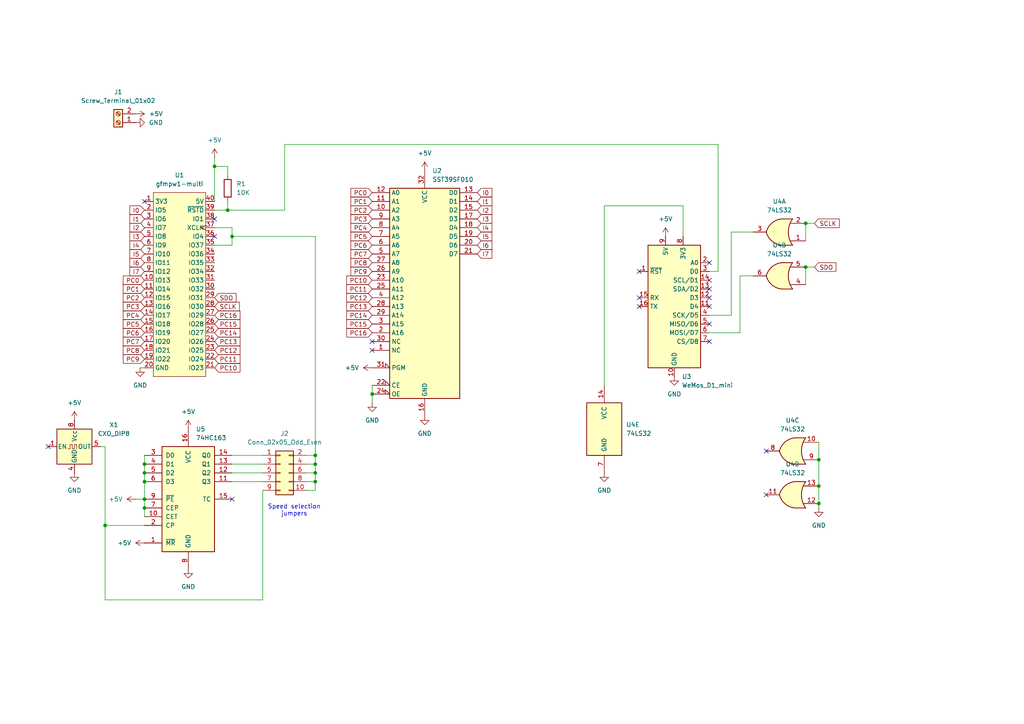
<source format=kicad_sch>
(kicad_sch (version 20231120) (generator "eeschema") (generator_version "8.0")
  (paper "A4")
  (lib_symbols
    (symbol "74xx:74LS163" (pin_names (offset 1.016))
      (property "Reference" "U" (at -7.62 16.51 0))
      (property "Value" "74LS163" (at -7.62 -16.51 0))
      (symbol "74LS163_1_0"
        (pin input line (at -12.7 -12.7 0) (length 5.08) (name "~{MR}") (number "1"))
        (pin input line (at -12.7 -5.08 0) (length 5.08) (name "CET") (number "10"))
        (pin output line (at 12.7 5.08 180) (length 5.08) (name "Q3") (number "11"))
        (pin output line (at 12.7 7.62 180) (length 5.08) (name "Q2") (number "12"))
        (pin output line (at 12.7 10.16 180) (length 5.08) (name "Q1") (number "13"))
        (pin output line (at 12.7 12.7 180) (length 5.08) (name "Q0") (number "14"))
        (pin output line (at 12.7 0 180) (length 5.08) (name "TC") (number "15"))
        (pin power_in line (at 0 20.32 270) (length 5.08) (name "VCC") (number "16"))
        (pin input line (at -12.7 -7.62 0) (length 5.08) (name "CP") (number "2"))
        (pin input line (at -12.7 12.7 0) (length 5.08) (name "D0") (number "3"))
        (pin input line (at -12.7 10.16 0) (length 5.08) (name "D1") (number "4"))
        (pin input line (at -12.7 7.62 0) (length 5.08) (name "D2") (number "5"))
        (pin input line (at -12.7 5.08 0) (length 5.08) (name "D3") (number "6"))
        (pin input line (at -12.7 -2.54 0) (length 5.08) (name "CEP") (number "7"))
        (pin power_in line (at 0 -20.32 90) (length 5.08) (name "GND") (number "8"))
        (pin input line (at -12.7 0 0) (length 5.08) (name "~{PE}") (number "9"))
      )
      (symbol "74LS163_1_1"
        (rectangle (start -7.62 15.24) (end 7.62 -15.24) (stroke (width 0.254)) (fill (type background)))
      )
    )
    (symbol "74xx:74LS32" (pin_names (offset 1.016))
      (property "Reference" "U" (at 0 1.27 0))
      (property "Value" "74LS32" (at 0 -1.27 0))
      (symbol "74LS32_1_1"
        (arc (start -3.81 -3.81) (mid -2.589 0) (end -3.81 3.81) (stroke (width 0.254)))
        (arc (start -0.6096 -3.81) (mid 2.1842 -2.5851) (end 3.81 0) (stroke (width 0.254)) (fill (type background)))
        (polyline (pts (xy -3.81 -3.81) (xy -0.635 -3.81)) (stroke (width 0.254)) (fill (type background)))
        (polyline (pts (xy -3.81 3.81) (xy -0.635 3.81)) (stroke (width 0.254)) (fill (type background)))
        (polyline (pts (xy -0.635 3.81) (xy -3.81 3.81) (xy -3.81 3.81) (xy -3.556 3.4036) (xy -3.0226 2.2606) (xy -2.6924 1.0414) (xy -2.6162 -0.254) (xy -2.7686 -1.4986) (xy -3.175 -2.7178) (xy -3.81 -3.81) (xy -3.81 -3.81) (xy -0.635 -3.81)) (stroke (width -25.4)) (fill (type background)))
        (arc (start 3.81 0) (mid 2.1915 2.5936) (end -0.6096 3.81) (stroke (width 0.254)) (fill (type background)))
        (pin input line (at -7.62 2.54 0) (length 4.318) (name "~") (number "1"))
        (pin input line (at -7.62 -2.54 0) (length 4.318) (name "~") (number "2"))
        (pin output line (at 7.62 0 180) (length 3.81) (name "~") (number "3"))
      )
      (symbol "74LS32_1_2"
        (arc (start 0 -3.81) (mid 3.7934 0) (end 0 3.81) (stroke (width 0.254)) (fill (type background)))
        (polyline (pts (xy 0 3.81) (xy -3.81 3.81) (xy -3.81 -3.81) (xy 0 -3.81)) (stroke (width 0.254)) (fill (type background)))
        (pin input inverted (at -7.62 2.54 0) (length 3.81) (name "~") (number "1"))
        (pin input inverted (at -7.62 -2.54 0) (length 3.81) (name "~") (number "2"))
        (pin output inverted (at 7.62 0 180) (length 3.81) (name "~") (number "3"))
      )
      (symbol "74LS32_2_1"
        (arc (start -3.81 -3.81) (mid -2.589 0) (end -3.81 3.81) (stroke (width 0.254)))
        (arc (start -0.6096 -3.81) (mid 2.1842 -2.5851) (end 3.81 0) (stroke (width 0.254)) (fill (type background)))
        (polyline (pts (xy -3.81 -3.81) (xy -0.635 -3.81)) (stroke (width 0.254)) (fill (type background)))
        (polyline (pts (xy -3.81 3.81) (xy -0.635 3.81)) (stroke (width 0.254)) (fill (type background)))
        (polyline (pts (xy -0.635 3.81) (xy -3.81 3.81) (xy -3.81 3.81) (xy -3.556 3.4036) (xy -3.0226 2.2606) (xy -2.6924 1.0414) (xy -2.6162 -0.254) (xy -2.7686 -1.4986) (xy -3.175 -2.7178) (xy -3.81 -3.81) (xy -3.81 -3.81) (xy -0.635 -3.81)) (stroke (width -25.4)) (fill (type background)))
        (arc (start 3.81 0) (mid 2.1915 2.5936) (end -0.6096 3.81) (stroke (width 0.254)) (fill (type background)))
        (pin input line (at -7.62 2.54 0) (length 4.318) (name "~") (number "4"))
        (pin input line (at -7.62 -2.54 0) (length 4.318) (name "~") (number "5"))
        (pin output line (at 7.62 0 180) (length 3.81) (name "~") (number "6"))
      )
      (symbol "74LS32_2_2"
        (arc (start 0 -3.81) (mid 3.7934 0) (end 0 3.81) (stroke (width 0.254)) (fill (type background)))
        (polyline (pts (xy 0 3.81) (xy -3.81 3.81) (xy -3.81 -3.81) (xy 0 -3.81)) (stroke (width 0.254)) (fill (type background)))
        (pin input inverted (at -7.62 2.54 0) (length 3.81) (name "~") (number "4"))
        (pin input inverted (at -7.62 -2.54 0) (length 3.81) (name "~") (number "5"))
        (pin output inverted (at 7.62 0 180) (length 3.81) (name "~") (number "6"))
      )
      (symbol "74LS32_3_1"
        (arc (start -3.81 -3.81) (mid -2.589 0) (end -3.81 3.81) (stroke (width 0.254)))
        (arc (start -0.6096 -3.81) (mid 2.1842 -2.5851) (end 3.81 0) (stroke (width 0.254)) (fill (type background)))
        (polyline (pts (xy -3.81 -3.81) (xy -0.635 -3.81)) (stroke (width 0.254)) (fill (type background)))
        (polyline (pts (xy -3.81 3.81) (xy -0.635 3.81)) (stroke (width 0.254)) (fill (type background)))
        (polyline (pts (xy -0.635 3.81) (xy -3.81 3.81) (xy -3.81 3.81) (xy -3.556 3.4036) (xy -3.0226 2.2606) (xy -2.6924 1.0414) (xy -2.6162 -0.254) (xy -2.7686 -1.4986) (xy -3.175 -2.7178) (xy -3.81 -3.81) (xy -3.81 -3.81) (xy -0.635 -3.81)) (stroke (width -25.4)) (fill (type background)))
        (arc (start 3.81 0) (mid 2.1915 2.5936) (end -0.6096 3.81) (stroke (width 0.254)) (fill (type background)))
        (pin input line (at -7.62 -2.54 0) (length 4.318) (name "~") (number "10"))
        (pin output line (at 7.62 0 180) (length 3.81) (name "~") (number "8"))
        (pin input line (at -7.62 2.54 0) (length 4.318) (name "~") (number "9"))
      )
      (symbol "74LS32_3_2"
        (arc (start 0 -3.81) (mid 3.7934 0) (end 0 3.81) (stroke (width 0.254)) (fill (type background)))
        (polyline (pts (xy 0 3.81) (xy -3.81 3.81) (xy -3.81 -3.81) (xy 0 -3.81)) (stroke (width 0.254)) (fill (type background)))
        (pin input inverted (at -7.62 -2.54 0) (length 3.81) (name "~") (number "10"))
        (pin output inverted (at 7.62 0 180) (length 3.81) (name "~") (number "8"))
        (pin input inverted (at -7.62 2.54 0) (length 3.81) (name "~") (number "9"))
      )
      (symbol "74LS32_4_1"
        (arc (start -3.81 -3.81) (mid -2.589 0) (end -3.81 3.81) (stroke (width 0.254)))
        (arc (start -0.6096 -3.81) (mid 2.1842 -2.5851) (end 3.81 0) (stroke (width 0.254)) (fill (type background)))
        (polyline (pts (xy -3.81 -3.81) (xy -0.635 -3.81)) (stroke (width 0.254)) (fill (type background)))
        (polyline (pts (xy -3.81 3.81) (xy -0.635 3.81)) (stroke (width 0.254)) (fill (type background)))
        (polyline (pts (xy -0.635 3.81) (xy -3.81 3.81) (xy -3.81 3.81) (xy -3.556 3.4036) (xy -3.0226 2.2606) (xy -2.6924 1.0414) (xy -2.6162 -0.254) (xy -2.7686 -1.4986) (xy -3.175 -2.7178) (xy -3.81 -3.81) (xy -3.81 -3.81) (xy -0.635 -3.81)) (stroke (width -25.4)) (fill (type background)))
        (arc (start 3.81 0) (mid 2.1915 2.5936) (end -0.6096 3.81) (stroke (width 0.254)) (fill (type background)))
        (pin output line (at 7.62 0 180) (length 3.81) (name "~") (number "11"))
        (pin input line (at -7.62 2.54 0) (length 4.318) (name "~") (number "12"))
        (pin input line (at -7.62 -2.54 0) (length 4.318) (name "~") (number "13"))
      )
      (symbol "74LS32_4_2"
        (arc (start 0 -3.81) (mid 3.7934 0) (end 0 3.81) (stroke (width 0.254)) (fill (type background)))
        (polyline (pts (xy 0 3.81) (xy -3.81 3.81) (xy -3.81 -3.81) (xy 0 -3.81)) (stroke (width 0.254)) (fill (type background)))
        (pin output inverted (at 7.62 0 180) (length 3.81) (name "~") (number "11"))
        (pin input inverted (at -7.62 2.54 0) (length 3.81) (name "~") (number "12"))
        (pin input inverted (at -7.62 -2.54 0) (length 3.81) (name "~") (number "13"))
      )
      (symbol "74LS32_5_0"
        (pin power_in line (at 0 12.7 270) (length 5.08) (name "VCC") (number "14"))
        (pin power_in line (at 0 -12.7 90) (length 5.08) (name "GND") (number "7"))
      )
      (symbol "74LS32_5_1"
        (rectangle (start -5.08 7.62) (end 5.08 -7.62) (stroke (width 0.254)) (fill (type background)))
      )
    )
    (symbol "Connector:Screw_Terminal_01x02" (pin_names (offset 1.016) hide)
      (property "Reference" "J" (at 0 2.54 0))
      (property "Value" "Screw_Terminal_01x02" (at 0 -5.08 0))
      (symbol "Screw_Terminal_01x02_1_1"
        (rectangle (start -1.27 1.27) (end 1.27 -3.81) (stroke (width 0.254)) (fill (type background)))
        (circle (center 0 -2.54) (radius 0.635) (stroke (width 0.1524)))
        (polyline (pts (xy -0.5334 -2.2098) (xy 0.3302 -3.048)) (stroke (width 0.1524)))
        (polyline (pts (xy -0.5334 0.3302) (xy 0.3302 -0.508)) (stroke (width 0.1524)))
        (polyline (pts (xy -0.3556 -2.032) (xy 0.508 -2.8702)) (stroke (width 0.1524)))
        (polyline (pts (xy -0.3556 0.508) (xy 0.508 -0.3302)) (stroke (width 0.1524)))
        (circle (center 0 0) (radius 0.635) (stroke (width 0.1524)))
        (pin passive line (at -5.08 0 0) (length 3.81) (name "Pin_1") (number "1"))
        (pin passive line (at -5.08 -2.54 0) (length 3.81) (name "Pin_2") (number "2"))
      )
    )
    (symbol "Connector_Generic:Conn_02x05_Odd_Even" (pin_names (offset 1.016) hide)
      (property "Reference" "J" (at 1.27 7.62 0))
      (property "Value" "Conn_02x05_Odd_Even" (at 1.27 -7.62 0))
      (symbol "Conn_02x05_Odd_Even_1_1"
        (rectangle (start -1.27 -4.953) (end 0 -5.207) (stroke (width 0.1524)))
        (rectangle (start -1.27 -2.413) (end 0 -2.667) (stroke (width 0.1524)))
        (rectangle (start -1.27 0.127) (end 0 -0.127) (stroke (width 0.1524)))
        (rectangle (start -1.27 2.667) (end 0 2.413) (stroke (width 0.1524)))
        (rectangle (start -1.27 5.207) (end 0 4.953) (stroke (width 0.1524)))
        (rectangle (start -1.27 6.35) (end 3.81 -6.35) (stroke (width 0.254)) (fill (type background)))
        (rectangle (start 3.81 -4.953) (end 2.54 -5.207) (stroke (width 0.1524)))
        (rectangle (start 3.81 -2.413) (end 2.54 -2.667) (stroke (width 0.1524)))
        (rectangle (start 3.81 0.127) (end 2.54 -0.127) (stroke (width 0.1524)))
        (rectangle (start 3.81 2.667) (end 2.54 2.413) (stroke (width 0.1524)))
        (rectangle (start 3.81 5.207) (end 2.54 4.953) (stroke (width 0.1524)))
        (pin passive line (at -5.08 5.08 0) (length 3.81) (name "Pin_1") (number "1"))
        (pin passive line (at 7.62 -5.08 180) (length 3.81) (name "Pin_10") (number "10"))
        (pin passive line (at 7.62 5.08 180) (length 3.81) (name "Pin_2") (number "2"))
        (pin passive line (at -5.08 2.54 0) (length 3.81) (name "Pin_3") (number "3"))
        (pin passive line (at 7.62 2.54 180) (length 3.81) (name "Pin_4") (number "4"))
        (pin passive line (at -5.08 0 0) (length 3.81) (name "Pin_5") (number "5"))
        (pin passive line (at 7.62 0 180) (length 3.81) (name "Pin_6") (number "6"))
        (pin passive line (at -5.08 -2.54 0) (length 3.81) (name "Pin_7") (number "7"))
        (pin passive line (at 7.62 -2.54 180) (length 3.81) (name "Pin_8") (number "8"))
        (pin passive line (at -5.08 -5.08 0) (length 3.81) (name "Pin_9") (number "9"))
      )
    )
    (symbol "Device:R" (pin_numbers hide) (pin_names (offset 0))
      (property "Reference" "R" (at 2.032 0 90))
      (property "Value" "R" (at 0 0 90))
      (symbol "R_0_1"
        (rectangle (start -1.016 -2.54) (end 1.016 2.54) (stroke (width 0.254)))
      )
      (symbol "R_1_1"
        (pin passive line (at 0 3.81 270) (length 1.27) (name "~") (number "1"))
        (pin passive line (at 0 -3.81 90) (length 1.27) (name "~") (number "2"))
      )
    )
    (symbol "MCU_Module:WeMos_D1_mini"
      (property "Reference" "U" (at 3.81 19.05 0))
      (property "Value" "WeMos_D1_mini" (at 1.27 -19.05 0))
      (symbol "WeMos_D1_mini_1_1"
        (rectangle (start -7.62 17.78) (end 7.62 -17.78) (stroke (width 0.254)) (fill (type background)))
        (pin input line (at -10.16 10.16 0) (length 2.54) (name "~{RST}") (number "1"))
        (pin power_in line (at 0 -20.32 90) (length 2.54) (name "GND") (number "10"))
        (pin bidirectional line (at 10.16 0 180) (length 2.54) (name "D4") (number "11"))
        (pin bidirectional line (at 10.16 2.54 180) (length 2.54) (name "D3") (number "12"))
        (pin bidirectional line (at 10.16 5.08 180) (length 2.54) (name "SDA/D2") (number "13"))
        (pin bidirectional line (at 10.16 7.62 180) (length 2.54) (name "SCL/D1") (number "14"))
        (pin input line (at -10.16 2.54 0) (length 2.54) (name "RX") (number "15"))
        (pin output line (at -10.16 0 0) (length 2.54) (name "TX") (number "16"))
        (pin input line (at 10.16 12.7 180) (length 2.54) (name "A0") (number "2"))
        (pin bidirectional line (at 10.16 10.16 180) (length 2.54) (name "D0") (number "3"))
        (pin bidirectional line (at 10.16 -2.54 180) (length 2.54) (name "SCK/D5") (number "4"))
        (pin bidirectional line (at 10.16 -5.08 180) (length 2.54) (name "MISO/D6") (number "5"))
        (pin bidirectional line (at 10.16 -7.62 180) (length 2.54) (name "MOSI/D7") (number "6"))
        (pin bidirectional line (at 10.16 -10.16 180) (length 2.54) (name "CS/D8") (number "7"))
        (pin power_out line (at 2.54 20.32 270) (length 2.54) (name "3V3") (number "8"))
        (pin power_in line (at -2.54 20.32 270) (length 2.54) (name "5V") (number "9"))
      )
    )
    (symbol "Memory_Flash:SST39SF010"
      (property "Reference" "U" (at 2.54 33.02 0))
      (property "Value" "SST39SF010" (at 0 -30.48 0))
      (symbol "SST39SF010_0_0"
        (pin power_in line (at 0 -34.29 90) (length 5.08) (name "GND") (number "16"))
        (pin power_in line (at 0 36.83 270) (length 5.08) (name "VCC") (number "32"))
      )
      (symbol "SST39SF010_0_1"
        (rectangle (start -10.16 31.75) (end 10.16 -29.21) (stroke (width 0.254)) (fill (type background)))
      )
      (symbol "SST39SF010_1_1"
        (pin input line (at -15.24 -15.24 0) (length 5.08) (name "NC") (number "1"))
        (pin input line (at -15.24 25.4 0) (length 5.08) (name "A2") (number "10"))
        (pin input line (at -15.24 27.94 0) (length 5.08) (name "A1") (number "11"))
        (pin input line (at -15.24 30.48 0) (length 5.08) (name "A0") (number "12"))
        (pin tri_state line (at 15.24 30.48 180) (length 5.08) (name "D0") (number "13"))
        (pin tri_state line (at 15.24 27.94 180) (length 5.08) (name "D1") (number "14"))
        (pin tri_state line (at 15.24 25.4 180) (length 5.08) (name "D2") (number "15"))
        (pin tri_state line (at 15.24 22.86 180) (length 5.08) (name "D3") (number "17"))
        (pin tri_state line (at 15.24 20.32 180) (length 5.08) (name "D4") (number "18"))
        (pin tri_state line (at 15.24 17.78 180) (length 5.08) (name "D5") (number "19"))
        (pin input line (at -15.24 -10.16 0) (length 5.08) (name "A16") (number "2"))
        (pin tri_state line (at 15.24 15.24 180) (length 5.08) (name "D6") (number "20"))
        (pin tri_state line (at 15.24 12.7 180) (length 5.08) (name "D7") (number "21"))
        (pin input input_low (at -15.24 -25.4 0) (length 5.08) (name "CE") (number "22"))
        (pin input line (at -15.24 5.08 0) (length 5.08) (name "A10") (number "23"))
        (pin input input_low (at -15.24 -27.94 0) (length 5.08) (name "OE") (number "24"))
        (pin input line (at -15.24 2.54 0) (length 5.08) (name "A11") (number "25"))
        (pin input line (at -15.24 7.62 0) (length 5.08) (name "A9") (number "26"))
        (pin input line (at -15.24 10.16 0) (length 5.08) (name "A8") (number "27"))
        (pin input line (at -15.24 -2.54 0) (length 5.08) (name "A13") (number "28"))
        (pin input line (at -15.24 -5.08 0) (length 5.08) (name "A14") (number "29"))
        (pin input line (at -15.24 -7.62 0) (length 5.08) (name "A15") (number "3"))
        (pin input line (at -15.24 -12.7 0) (length 5.08) (name "NC") (number "30"))
        (pin input input_low (at -15.24 -20.32 0) (length 5.08) (name "PGM") (number "31"))
        (pin input line (at -15.24 0 0) (length 5.08) (name "A12") (number "4"))
        (pin input line (at -15.24 12.7 0) (length 5.08) (name "A7") (number "5"))
        (pin input line (at -15.24 15.24 0) (length 5.08) (name "A6") (number "6"))
        (pin input line (at -15.24 17.78 0) (length 5.08) (name "A5") (number "7"))
        (pin input line (at -15.24 20.32 0) (length 5.08) (name "A4") (number "8"))
        (pin input line (at -15.24 22.86 0) (length 5.08) (name "A3") (number "9"))
      )
    )
    (symbol "Oscillator:CXO_DIP8" (pin_names (offset 0.254))
      (property "Reference" "X" (at -5.08 6.35 0))
      (property "Value" "CXO_DIP8" (at 1.27 -6.35 0))
      (symbol "CXO_DIP8_0_1"
        (rectangle (start -5.08 5.08) (end 5.08 -5.08) (stroke (width 0.254)) (fill (type background)))
        (polyline (pts (xy -1.905 -0.635) (xy -1.27 -0.635) (xy -1.27 0.635) (xy -0.635 0.635) (xy -0.635 -0.635) (xy 0 -0.635) (xy 0 0.635) (xy 0.635 0.635) (xy 0.635 -0.635)))
      )
      (symbol "CXO_DIP8_1_1"
        (pin input line (at -7.62 0 0) (length 2.54) (name "EN") (number "1"))
        (pin power_in line (at 0 -7.62 90) (length 2.54) (name "GND") (number "4"))
        (pin output line (at 7.62 0 180) (length 2.54) (name "OUT") (number "5"))
        (pin power_in line (at 0 7.62 270) (length 2.54) (name "Vcc") (number "8"))
      )
    )
    (symbol "Tholin:gfmpw1-multi"
      (property "Reference" "U" (at 0 0 0))
      (property "Value" "gfmpw1-multi" (at 0 0 0))
      (symbol "gfmpw1-multi_1_1"
        (rectangle (start -7.62 -1.27) (end 7.62 -54.61) (fill (type background)))
        (pin power_out line (at -10.16 -3.81 0) (length 2.54) (name "3V3") (number "1"))
        (pin bidirectional line (at -10.16 -26.67 0) (length 2.54) (name "IO13") (number "10"))
        (pin bidirectional line (at -10.16 -29.21 0) (length 2.54) (name "IO14") (number "11"))
        (pin bidirectional line (at -10.16 -31.75 0) (length 2.54) (name "IO15") (number "12"))
        (pin bidirectional line (at -10.16 -34.29 0) (length 2.54) (name "IO16") (number "13"))
        (pin bidirectional line (at -10.16 -36.83 0) (length 2.54) (name "IO17") (number "14"))
        (pin bidirectional line (at -10.16 -39.37 0) (length 2.54) (name "IO18") (number "15"))
        (pin bidirectional line (at -10.16 -41.91 0) (length 2.54) (name "IO19") (number "16"))
        (pin bidirectional line (at -10.16 -44.45 0) (length 2.54) (name "IO20") (number "17"))
        (pin bidirectional line (at -10.16 -46.99 0) (length 2.54) (name "IO21") (number "18"))
        (pin bidirectional line (at -10.16 -49.53 0) (length 2.54) (name "IO22") (number "19"))
        (pin bidirectional line (at -10.16 -6.35 0) (length 2.54) (name "IO5") (number "2"))
        (pin power_in line (at -10.16 -52.07 0) (length 2.54) (name "GND") (number "20"))
        (pin bidirectional line (at 10.16 -52.07 180) (length 2.54) (name "IO23") (number "21"))
        (pin bidirectional line (at 10.16 -49.53 180) (length 2.54) (name "IO24") (number "22"))
        (pin bidirectional line (at 10.16 -46.99 180) (length 2.54) (name "IO25") (number "23"))
        (pin bidirectional line (at 10.16 -44.45 180) (length 2.54) (name "IO26") (number "24"))
        (pin bidirectional line (at 10.16 -41.91 180) (length 2.54) (name "IO27") (number "25"))
        (pin bidirectional line (at 10.16 -39.37 180) (length 2.54) (name "IO28") (number "26"))
        (pin bidirectional line (at 10.16 -36.83 180) (length 2.54) (name "IO29") (number "27"))
        (pin bidirectional line (at 10.16 -34.29 180) (length 2.54) (name "IO30") (number "28"))
        (pin bidirectional line (at 10.16 -31.75 180) (length 2.54) (name "IO31") (number "29"))
        (pin bidirectional line (at -10.16 -8.89 0) (length 2.54) (name "IO6") (number "3"))
        (pin bidirectional line (at 10.16 -29.21 180) (length 2.54) (name "IO32") (number "30"))
        (pin bidirectional line (at 10.16 -26.67 180) (length 2.54) (name "IO33") (number "31"))
        (pin bidirectional line (at 10.16 -24.13 180) (length 2.54) (name "IO34") (number "32"))
        (pin bidirectional line (at 10.16 -21.59 180) (length 2.54) (name "IO35") (number "33"))
        (pin bidirectional line (at 10.16 -19.05 180) (length 2.54) (name "IO36") (number "34"))
        (pin bidirectional line (at 10.16 -16.51 180) (length 2.54) (name "IO37") (number "35"))
        (pin bidirectional line (at 10.16 -13.97 180) (length 2.54) (name "IO4") (number "36"))
        (pin input clock (at 10.16 -11.43 180) (length 2.54) (name "XCLK") (number "37"))
        (pin bidirectional line (at 10.16 -8.89 180) (length 2.54) (name "IO1") (number "38"))
        (pin input line (at 10.16 -6.35 180) (length 2.54) (name "~{RSTD}") (number "39"))
        (pin bidirectional line (at -10.16 -11.43 0) (length 2.54) (name "IO7") (number "4"))
        (pin power_in line (at 10.16 -3.81 180) (length 2.54) (name "5V") (number "40"))
        (pin bidirectional line (at -10.16 -13.97 0) (length 2.54) (name "IO8") (number "5"))
        (pin bidirectional line (at -10.16 -16.51 0) (length 2.54) (name "IO9") (number "6"))
        (pin bidirectional line (at -10.16 -19.05 0) (length 2.54) (name "IO10") (number "7"))
        (pin bidirectional line (at -10.16 -21.59 0) (length 2.54) (name "IO11") (number "8"))
        (pin bidirectional line (at -10.16 -24.13 0) (length 2.54) (name "IO12") (number "9"))
      )
    )
    (symbol "power:+5V" (power) (pin_numbers hide) (pin_names (offset 0) hide)
      (property "Value" "+5V" (at 0 3.556 0))
      (symbol "+5V_0_1"
        (polyline (pts (xy -0.762 1.27) (xy 0 2.54)))
        (polyline (pts (xy 0 0) (xy 0 2.54)))
        (polyline (pts (xy 0 2.54) (xy 0.762 1.27)))
      )
      (symbol "+5V_1_1"
        (pin power_in line (at 0 0 90) (length 0) (name "~") (number "1"))
      )
    )
    (symbol "power:GND" (power) (pin_numbers hide) (pin_names (offset 0) hide)
      (property "Value" "GND" (at 0 -3.81 0))
      (symbol "GND_0_1"
        (polyline (pts (xy 0 0) (xy 0 -1.27) (xy 1.27 -1.27) (xy 0 -2.54) (xy -1.27 -1.27) (xy 0 -1.27)))
      )
      (symbol "GND_1_1"
        (pin power_in line (at 0 0 270) (length 0) (name "~") (number "1"))
      )
    )
  )
  (junction (at 91.44 137.16))
  (junction (at 233.68 77.47))
  (junction (at 41.91 147.32))
  (junction (at 91.44 132.08))
  (junction (at 107.95 114.3))
  (junction (at 91.44 139.7))
  (junction (at 67.31 68.58))
  (junction (at 237.49 133.35))
  (junction (at 62.23 48.26))
  (junction (at 66.04 60.96))
  (junction (at 91.44 134.62))
  (junction (at 41.91 139.7))
  (junction (at 41.91 137.16))
  (junction (at 41.91 134.62))
  (junction (at 237.49 146.05))
  (junction (at 30.48 152.4))
  (junction (at 237.49 140.97))
  (junction (at 233.68 64.77))
  (junction (at 41.91 144.78))
  (no_connect (at 107.95 99.06))
  (no_connect (at 107.95 101.6))
  (no_connect (at 185.42 88.9))
  (no_connect (at 205.74 93.98))
  (no_connect (at 185.42 86.36))
  (no_connect (at 67.31 144.78))
  (no_connect (at 205.74 81.28))
  (no_connect (at 62.23 63.5))
  (no_connect (at 205.74 88.9))
  (no_connect (at 205.74 83.82))
  (no_connect (at 205.74 86.36))
  (no_connect (at 205.74 99.06))
  (no_connect (at 222.25 130.81))
  (no_connect (at 62.23 68.58))
  (no_connect (at 222.25 143.51))
  (no_connect (at 13.97 129.54))
  (no_connect (at 205.74 76.2))
  (no_connect (at 41.91 58.42))
  (no_connect (at 185.42 78.74))
  (wire (pts (xy 67.31 132.08) (xy 76.2 132.08)))
  (wire (pts (xy 233.68 77.47) (xy 233.68 82.55)))
  (wire (pts (xy 62.23 45.72) (xy 62.23 48.26)))
  (wire (pts (xy 41.91 132.08) (xy 41.91 134.62)))
  (wire (pts (xy 107.95 111.76) (xy 107.95 114.3)))
  (wire (pts (xy 41.91 139.7) (xy 41.91 144.78)))
  (wire (pts (xy 237.49 133.35) (xy 237.49 140.97)))
  (wire (pts (xy 237.49 128.27) (xy 237.49 133.35)))
  (wire (pts (xy 198.12 68.58) (xy 198.12 59.69)))
  (wire (pts (xy 41.91 137.16) (xy 41.91 139.7)))
  (wire (pts (xy 30.48 173.99) (xy 30.48 152.4)))
  (wire (pts (xy 67.31 68.58) (xy 67.31 66.04)))
  (wire (pts (xy 91.44 132.08) (xy 91.44 68.58)))
  (wire (pts (xy 88.9 142.24) (xy 91.44 142.24)))
  (wire (pts (xy 67.31 134.62) (xy 76.2 134.62)))
  (wire (pts (xy 237.49 146.05) (xy 237.49 147.32)))
  (wire (pts (xy 66.04 48.26) (xy 62.23 48.26)))
  (wire (pts (xy 91.44 139.7) (xy 91.44 137.16)))
  (wire (pts (xy 91.44 132.08) (xy 91.44 134.62)))
  (wire (pts (xy 237.49 140.97) (xy 237.49 146.05)))
  (wire (pts (xy 205.74 91.44) (xy 212.09 91.44)))
  (wire (pts (xy 88.9 137.16) (xy 91.44 137.16)))
  (wire (pts (xy 236.22 77.47) (xy 233.68 77.47)))
  (wire (pts (xy 29.21 129.54) (xy 30.48 129.54)))
  (wire (pts (xy 76.2 173.99) (xy 30.48 173.99)))
  (wire (pts (xy 198.12 59.69) (xy 175.26 59.69)))
  (wire (pts (xy 76.2 142.24) (xy 76.2 173.99)))
  (wire (pts (xy 88.9 132.08) (xy 91.44 132.08)))
  (wire (pts (xy 91.44 134.62) (xy 88.9 134.62)))
  (wire (pts (xy 66.04 60.96) (xy 62.23 60.96)))
  (wire (pts (xy 62.23 66.04) (xy 67.31 66.04)))
  (wire (pts (xy 91.44 68.58) (xy 67.31 68.58)))
  (wire (pts (xy 67.31 71.12) (xy 67.31 68.58)))
  (wire (pts (xy 214.63 80.01) (xy 218.44 80.01)))
  (wire (pts (xy 175.26 59.69) (xy 175.26 111.76)))
  (wire (pts (xy 41.91 144.78) (xy 41.91 147.32)))
  (wire (pts (xy 41.91 134.62) (xy 41.91 137.16)))
  (wire (pts (xy 233.68 64.77) (xy 233.68 69.85)))
  (wire (pts (xy 212.09 67.31) (xy 218.44 67.31)))
  (wire (pts (xy 82.55 41.91) (xy 82.55 60.96)))
  (wire (pts (xy 205.74 78.74) (xy 208.28 78.74)))
  (wire (pts (xy 67.31 137.16) (xy 76.2 137.16)))
  (wire (pts (xy 107.95 114.3) (xy 107.95 116.84)))
  (wire (pts (xy 66.04 50.8) (xy 66.04 48.26)))
  (wire (pts (xy 214.63 96.52) (xy 214.63 80.01)))
  (wire (pts (xy 91.44 142.24) (xy 91.44 139.7)))
  (wire (pts (xy 236.22 64.77) (xy 233.68 64.77)))
  (wire (pts (xy 82.55 60.96) (xy 66.04 60.96)))
  (wire (pts (xy 62.23 48.26) (xy 62.23 58.42)))
  (wire (pts (xy 91.44 137.16) (xy 91.44 134.62)))
  (wire (pts (xy 88.9 139.7) (xy 91.44 139.7)))
  (wire (pts (xy 62.23 71.12) (xy 67.31 71.12)))
  (wire (pts (xy 30.48 152.4) (xy 41.91 152.4)))
  (wire (pts (xy 205.74 96.52) (xy 214.63 96.52)))
  (wire (pts (xy 208.28 41.91) (xy 82.55 41.91)))
  (wire (pts (xy 30.48 129.54) (xy 30.48 152.4)))
  (wire (pts (xy 67.31 139.7) (xy 76.2 139.7)))
  (wire (pts (xy 40.64 106.68) (xy 41.91 106.68)))
  (wire (pts (xy 212.09 91.44) (xy 212.09 67.31)))
  (wire (pts (xy 41.91 147.32) (xy 41.91 149.86)))
  (wire (pts (xy 208.28 78.74) (xy 208.28 41.91)))
  (wire (pts (xy 39.37 144.78) (xy 41.91 144.78)))
  (wire (pts (xy 66.04 58.42) (xy 66.04 60.96)))
  (text "Speed selection\njumpers" (at 85.344 148.082 0) (effects (font (size 1.27 1.27))))
  (global_label "PC1" (shape input) (at 41.91 83.82 180) (property "Intersheetrefs" "${INTERSHEET_REFS}" (effects (hide yes))))
  (global_label "PC7" (shape input) (at 107.95 73.66 180) (property "Intersheetrefs" "${INTERSHEET_REFS}" (effects (hide yes))))
  (global_label "I1" (shape input) (at 41.91 63.5 180) (property "Intersheetrefs" "${INTERSHEET_REFS}" (effects (hide yes))))
  (global_label "I4" (shape input) (at 138.43 66.04 0) (property "Intersheetrefs" "${INTERSHEET_REFS}" (effects (hide yes))))
  (global_label "PC12" (shape input) (at 62.23 101.6 0) (property "Intersheetrefs" "${INTERSHEET_REFS}" (effects (hide yes))))
  (global_label "PC0" (shape input) (at 107.95 55.88 180) (property "Intersheetrefs" "${INTERSHEET_REFS}" (effects (hide yes))))
  (global_label "PC2" (shape input) (at 41.91 86.36 180) (property "Intersheetrefs" "${INTERSHEET_REFS}" (effects (hide yes))))
  (global_label "I7" (shape input) (at 41.91 78.74 180) (property "Intersheetrefs" "${INTERSHEET_REFS}" (effects (hide yes))))
  (global_label "I2" (shape input) (at 138.43 60.96 0) (property "Intersheetrefs" "${INTERSHEET_REFS}" (effects (hide yes))))
  (global_label "I7" (shape input) (at 138.43 73.66 0) (property "Intersheetrefs" "${INTERSHEET_REFS}" (effects (hide yes))))
  (global_label "PC13" (shape input) (at 107.95 88.9 180) (property "Intersheetrefs" "${INTERSHEET_REFS}" (effects (hide yes))))
  (global_label "PC5" (shape input) (at 107.95 68.58 180) (property "Intersheetrefs" "${INTERSHEET_REFS}" (effects (hide yes))))
  (global_label "PC13" (shape input) (at 62.23 99.06 0) (property "Intersheetrefs" "${INTERSHEET_REFS}" (effects (hide yes))))
  (global_label "PC6" (shape input) (at 107.95 71.12 180) (property "Intersheetrefs" "${INTERSHEET_REFS}" (effects (hide yes))))
  (global_label "I0" (shape input) (at 138.43 55.88 0) (property "Intersheetrefs" "${INTERSHEET_REFS}" (effects (hide yes))))
  (global_label "PC3" (shape input) (at 107.95 63.5 180) (property "Intersheetrefs" "${INTERSHEET_REFS}" (effects (hide yes))))
  (global_label "PC14" (shape input) (at 62.23 96.52 0) (property "Intersheetrefs" "${INTERSHEET_REFS}" (effects (hide yes))))
  (global_label "SCLK" (shape input) (at 62.23 88.9 0) (property "Intersheetrefs" "${INTERSHEET_REFS}" (effects (hide yes))))
  (global_label "SDO" (shape input) (at 236.22 77.47 0) (property "Intersheetrefs" "${INTERSHEET_REFS}" (effects (hide yes))))
  (global_label "PC12" (shape input) (at 107.95 86.36 180) (property "Intersheetrefs" "${INTERSHEET_REFS}" (effects (hide yes))))
  (global_label "PC7" (shape input) (at 41.91 99.06 180) (property "Intersheetrefs" "${INTERSHEET_REFS}" (effects (hide yes))))
  (global_label "SDO" (shape input) (at 62.23 86.36 0) (property "Intersheetrefs" "${INTERSHEET_REFS}" (effects (hide yes))))
  (global_label "I3" (shape input) (at 138.43 63.5 0) (property "Intersheetrefs" "${INTERSHEET_REFS}" (effects (hide yes))))
  (global_label "PC6" (shape input) (at 41.91 96.52 180) (property "Intersheetrefs" "${INTERSHEET_REFS}" (effects (hide yes))))
  (global_label "PC14" (shape input) (at 107.95 91.44 180) (property "Intersheetrefs" "${INTERSHEET_REFS}" (effects (hide yes))))
  (global_label "I5" (shape input) (at 138.43 68.58 0) (property "Intersheetrefs" "${INTERSHEET_REFS}" (effects (hide yes))))
  (global_label "PC4" (shape input) (at 107.95 66.04 180) (property "Intersheetrefs" "${INTERSHEET_REFS}" (effects (hide yes))))
  (global_label "PC10" (shape input) (at 107.95 81.28 180) (property "Intersheetrefs" "${INTERSHEET_REFS}" (effects (hide yes))))
  (global_label "I2" (shape input) (at 41.91 66.04 180) (property "Intersheetrefs" "${INTERSHEET_REFS}" (effects (hide yes))))
  (global_label "PC8" (shape input) (at 107.95 76.2 180) (property "Intersheetrefs" "${INTERSHEET_REFS}" (effects (hide yes))))
  (global_label "PC5" (shape input) (at 41.91 93.98 180) (property "Intersheetrefs" "${INTERSHEET_REFS}" (effects (hide yes))))
  (global_label "PC1" (shape input) (at 107.95 58.42 180) (property "Intersheetrefs" "${INTERSHEET_REFS}" (effects (hide yes))))
  (global_label "SCLK" (shape input) (at 236.22 64.77 0) (property "Intersheetrefs" "${INTERSHEET_REFS}" (effects (hide yes))))
  (global_label "PC15" (shape input) (at 107.95 93.98 180) (property "Intersheetrefs" "${INTERSHEET_REFS}" (effects (hide yes))))
  (global_label "I5" (shape input) (at 41.91 73.66 180) (property "Intersheetrefs" "${INTERSHEET_REFS}" (effects (hide yes))))
  (global_label "PC11" (shape input) (at 107.95 83.82 180) (property "Intersheetrefs" "${INTERSHEET_REFS}" (effects (hide yes))))
  (global_label "PC10" (shape input) (at 62.23 106.68 0) (property "Intersheetrefs" "${INTERSHEET_REFS}" (effects (hide yes))))
  (global_label "I3" (shape input) (at 41.91 68.58 180) (property "Intersheetrefs" "${INTERSHEET_REFS}" (effects (hide yes))))
  (global_label "I0" (shape input) (at 41.91 60.96 180) (property "Intersheetrefs" "${INTERSHEET_REFS}" (effects (hide yes))))
  (global_label "PC2" (shape input) (at 107.95 60.96 180) (property "Intersheetrefs" "${INTERSHEET_REFS}" (effects (hide yes))))
  (global_label "I4" (shape input) (at 41.91 71.12 180) (property "Intersheetrefs" "${INTERSHEET_REFS}" (effects (hide yes))))
  (global_label "PC16" (shape input) (at 107.95 96.52 180) (property "Intersheetrefs" "${INTERSHEET_REFS}" (effects (hide yes))))
  (global_label "PC4" (shape input) (at 41.91 91.44 180) (property "Intersheetrefs" "${INTERSHEET_REFS}" (effects (hide yes))))
  (global_label "PC8" (shape input) (at 41.91 101.6 180) (property "Intersheetrefs" "${INTERSHEET_REFS}" (effects (hide yes))))
  (global_label "PC9" (shape input) (at 41.91 104.14 180) (property "Intersheetrefs" "${INTERSHEET_REFS}" (effects (hide yes))))
  (global_label "PC3" (shape input) (at 41.91 88.9 180) (property "Intersheetrefs" "${INTERSHEET_REFS}" (effects (hide yes))))
  (global_label "PC0" (shape input) (at 41.91 81.28 180) (property "Intersheetrefs" "${INTERSHEET_REFS}" (effects (hide yes))))
  (global_label "I6" (shape input) (at 138.43 71.12 0) (property "Intersheetrefs" "${INTERSHEET_REFS}" (effects (hide yes))))
  (global_label "I6" (shape input) (at 41.91 76.2 180) (property "Intersheetrefs" "${INTERSHEET_REFS}" (effects (hide yes))))
  (global_label "I1" (shape input) (at 138.43 58.42 0) (property "Intersheetrefs" "${INTERSHEET_REFS}" (effects (hide yes))))
  (global_label "PC16" (shape input) (at 62.23 91.44 0) (property "Intersheetrefs" "${INTERSHEET_REFS}" (effects (hide yes))))
  (global_label "PC15" (shape input) (at 62.23 93.98 0) (property "Intersheetrefs" "${INTERSHEET_REFS}" (effects (hide yes))))
  (global_label "PC9" (shape input) (at 107.95 78.74 180) (property "Intersheetrefs" "${INTERSHEET_REFS}" (effects (hide yes))))
  (global_label "PC11" (shape input) (at 62.23 104.14 0) (property "Intersheetrefs" "${INTERSHEET_REFS}" (effects (hide yes))))
  (symbol (lib_id "Connector_Generic:Conn_02x05_Odd_Even") (at 81.28 137.16 0) (unit 1)
    (property "Reference" "J2" (at 82.55 125.73 0))
    (property "Value" "Conn_02x05_Odd_Even" (at 82.55 128.27 0))
    (property "Footprint" "Connector_PinHeader_2.54mm:PinHeader_2x05_P2.54mm_Vertical" (effects (hide yes)))
    (property "Description" "Generic connector, double row, 02x05, odd/even pin numbering scheme (row 1 odd numbers, row 2 even numbers), script generated (kicad-library-utils/schlib/autogen/connector/)" (effects (hide yes)))
  )
  (symbol (lib_id "power:+5V") (at 62.23 45.72 0) (unit 1)
    (property "Reference" "#PWR01" (effects (hide yes)))
    (property "Value" "+5V" (at 62.23 40.64 0))
    (property "Description" "Power symbol creates a global label with name \"+5V\"" (effects (hide yes)))
  )
  (symbol (lib_id "power:GND") (at 175.26 137.16 0) (unit 1)
    (property "Reference" "#PWR011" (effects (hide yes)))
    (property "Value" "GND" (at 175.26 142.24 0))
    (property "Description" "Power symbol creates a global label with name \"GND\" , ground" (effects (hide yes)))
  )
  (symbol (lib_id "74xx:74LS163") (at 54.61 144.78 0) (unit 1)
    (property "Reference" "U5" (at 56.8041 124.46 0) (effects (justify left)))
    (property "Value" "74HC163" (at 56.8041 127 0) (effects (justify left)))
    (property "Datasheet" "https://files.tholin.dev/Public/Datasheets/74xx/sn74hc163.pdf" (effects (hide yes)))
    (property "Description" "Synchronous 4-bit programmable binary Counter" (effects (hide yes)))
  )
  (symbol (lib_id "Oscillator:CXO_DIP8") (at 21.59 129.54 0) (unit 1)
    (property "Reference" "X1" (at 33.02 123.2214 0))
    (property "Value" "CXO_DIP8" (at 33.02 125.7614 0))
    (property "Footprint" "Oscillator:Oscillator_DIP-8" (effects (hide yes)))
    (property "Datasheet" "http://cdn-reichelt.de/documents/datenblatt/B400/OSZI.pdf" (effects (hide yes)))
    (property "Description" "Crystal Clock Oscillator, DIP8-style metal package" (effects (hide yes)))
  )
  (symbol (lib_id "Device:R") (at 66.04 54.61 0) (unit 1)
    (property "Reference" "R1" (at 68.58 53.3399 0) (effects (justify left)))
    (property "Value" "10K" (at 68.58 55.8799 0) (effects (justify left)))
    (property "Description" "Resistor" (effects (hide yes)))
  )
  (symbol (lib_id "74xx:74LS32") (at 175.26 124.46 0) (unit 5)
    (property "Reference" "U4" (at 181.61 123.1899 0) (effects (justify left)))
    (property "Value" "74LS32" (at 181.61 125.7299 0) (effects (justify left)))
    (property "Datasheet" "http://www.ti.com/lit/gpn/sn74LS32" (effects (hide yes)))
    (property "Description" "Quad 2-input OR" (effects (hide yes)))
  )
  (symbol (lib_id "power:GND") (at 107.95 116.84 0) (unit 1)
    (property "Reference" "#PWR08" (effects (hide yes)))
    (property "Value" "GND" (at 107.95 121.92 0))
    (property "Description" "Power symbol creates a global label with name \"GND\" , ground" (effects (hide yes)))
  )
  (symbol (lib_id "power:GND") (at 54.61 165.1 0) (unit 1)
    (property "Reference" "#PWR016" (effects (hide yes)))
    (property "Value" "GND" (at 54.61 170.18 0))
    (property "Description" "Power symbol creates a global label with name \"GND\" , ground" (effects (hide yes)))
  )
  (symbol (lib_id "power:GND") (at 21.59 137.16 0) (unit 1)
    (property "Reference" "#PWR03" (effects (hide yes)))
    (property "Value" "GND" (at 21.59 142.24 0))
    (property "Description" "Power symbol creates a global label with name \"GND\" , ground" (effects (hide yes)))
  )
  (symbol (lib_id "74xx:74LS32") (at 226.06 80.01 180) (unit 2)
    (property "Reference" "U4" (at 226.06 71.12 0))
    (property "Value" "74LS32" (at 226.06 73.66 0))
    (property "Datasheet" "http://www.ti.com/lit/gpn/sn74LS32" (effects (hide yes)))
    (property "Description" "Quad 2-input OR" (effects (hide yes)))
  )
  (symbol (lib_id "Tholin:gfmpw1-multi") (at 52.07 54.61 0) (unit 1)
    (property "Reference" "U1" (at 52.07 50.8 0))
    (property "Value" "gfmpw1-multi" (at 52.07 53.34 0))
    (property "Footprint" "Package_DIP:DIP-40_W15.24mm_Socket" (effects (hide yes)))
  )
  (symbol (lib_id "74xx:74LS32") (at 229.87 143.51 180) (unit 4)
    (property "Reference" "U4" (at 229.87 134.62 0))
    (property "Value" "74LS32" (at 229.87 137.16 0))
    (property "Datasheet" "http://www.ti.com/lit/gpn/sn74LS32" (effects (hide yes)))
    (property "Description" "Quad 2-input OR" (effects (hide yes)))
  )
  (symbol (lib_id "74xx:74LS32") (at 226.06 67.31 180) (unit 1)
    (property "Reference" "U4" (at 226.06 58.42 0))
    (property "Value" "74LS32" (at 226.06 60.96 0))
    (property "Datasheet" "http://www.ti.com/lit/gpn/sn74LS32" (effects (hide yes)))
    (property "Description" "Quad 2-input OR" (effects (hide yes)))
  )
  (symbol (lib_id "power:+5V") (at 123.19 49.53 0) (unit 1)
    (property "Reference" "#PWR05" (effects (hide yes)))
    (property "Value" "+5V" (at 123.19 44.45 0))
    (property "Description" "Power symbol creates a global label with name \"+5V\"" (effects (hide yes)))
  )
  (symbol (lib_id "power:GND") (at 237.49 147.32 0) (unit 1)
    (property "Reference" "#PWR012" (effects (hide yes)))
    (property "Value" "GND" (at 237.49 152.4 0))
    (property "Description" "Power symbol creates a global label with name \"GND\" , ground" (effects (hide yes)))
  )
  (symbol (lib_id "Connector:Screw_Terminal_01x02") (at 34.29 35.56 180) (unit 1)
    (property "Reference" "J1" (at 34.29 26.67 0))
    (property "Value" "Screw_Terminal_01x02" (at 34.29 29.21 0))
    (property "Description" "Generic screw terminal, single row, 01x02, script generated (kicad-library-utils/schlib/autogen/connector/)" (effects (hide yes)))
  )
  (symbol (lib_id "power:GND") (at 123.19 120.65 0) (unit 1)
    (property "Reference" "#PWR07" (effects (hide yes)))
    (property "Value" "GND" (at 123.19 125.73 0))
    (property "Description" "Power symbol creates a global label with name \"GND\" , ground" (effects (hide yes)))
  )
  (symbol (lib_id "power:GND") (at 39.37 35.56 90) (unit 1)
    (property "Reference" "#PWR014" (effects (hide yes)))
    (property "Value" "GND" (at 43.18 35.5599 90) (effects (justify right)))
    (property "Description" "Power symbol creates a global label with name \"GND\" , ground" (effects (hide yes)))
  )
  (symbol (lib_id "power:+5V") (at 193.04 68.58 0) (unit 1)
    (property "Reference" "#PWR09" (effects (hide yes)))
    (property "Value" "+5V" (at 193.04 63.5 0))
    (property "Description" "Power symbol creates a global label with name \"+5V\"" (effects (hide yes)))
  )
  (symbol (lib_id "power:+5V") (at 21.59 121.92 0) (unit 1)
    (property "Reference" "#PWR02" (effects (hide yes)))
    (property "Value" "+5V" (at 21.59 116.84 0))
    (property "Description" "Power symbol creates a global label with name \"+5V\"" (effects (hide yes)))
  )
  (symbol (lib_id "power:+5V") (at 39.37 33.02 270) (unit 1)
    (property "Reference" "#PWR013" (effects (hide yes)))
    (property "Value" "+5V" (at 43.18 33.0199 90) (effects (justify left)))
    (property "Description" "Power symbol creates a global label with name \"+5V\"" (effects (hide yes)))
  )
  (symbol (lib_id "power:+5V") (at 39.37 144.78 90) (unit 1)
    (property "Reference" "#PWR018" (effects (hide yes)))
    (property "Value" "+5V" (at 35.56 144.7799 90) (effects (justify left)))
    (property "Description" "Power symbol creates a global label with name \"+5V\"" (effects (hide yes)))
  )
  (symbol (lib_id "74xx:74LS32") (at 229.87 130.81 180) (unit 3)
    (property "Reference" "U4" (at 229.87 121.92 0))
    (property "Value" "74LS32" (at 229.87 124.46 0))
    (property "Datasheet" "http://www.ti.com/lit/gpn/sn74LS32" (effects (hide yes)))
    (property "Description" "Quad 2-input OR" (effects (hide yes)))
  )
  (symbol (lib_id "power:GND") (at 195.58 109.22 0) (unit 1)
    (property "Reference" "#PWR010" (effects (hide yes)))
    (property "Value" "GND" (at 195.58 114.3 0))
    (property "Description" "Power symbol creates a global label with name \"GND\" , ground" (effects (hide yes)))
  )
  (symbol (lib_id "Memory_Flash:SST39SF010") (at 123.19 86.36 0) (unit 1)
    (property "Reference" "U2" (at 125.3841 49.53 0) (effects (justify left)))
    (property "Value" "SST39SF010" (at 125.3841 52.07 0) (effects (justify left)))
    (property "Datasheet" "http://ww1.microchip.com/downloads/en/DeviceDoc/25022B.pdf" (effects (hide yes)))
    (property "Description" "Silicon Storage Technology (SSF) 128k x 8 Flash ROM" (effects (hide yes)))
  )
  (symbol (lib_id "power:+5V") (at 107.95 106.68 90) (unit 1)
    (property "Reference" "#PWR06" (effects (hide yes)))
    (property "Value" "+5V" (at 104.14 106.6799 90) (effects (justify left)))
    (property "Description" "Power symbol creates a global label with name \"+5V\"" (effects (hide yes)))
  )
  (symbol (lib_id "MCU_Module:WeMos_D1_mini") (at 195.58 88.9 0) (unit 1)
    (property "Reference" "U3" (at 197.7741 109.22 0) (effects (justify left)))
    (property "Value" "WeMos_D1_mini" (at 197.7741 111.76 0) (effects (justify left)))
    (property "Footprint" "Module:WEMOS_D1_mini_light" (effects (hide yes)))
    (property "Datasheet" "https://wiki.wemos.cc/products:d1:d1_mini#documentation" (effects (hide yes)))
    (property "Description" "32-bit microcontroller module with WiFi" (effects (hide yes)))
  )
  (symbol (lib_id "power:GND") (at 40.64 106.68 0) (unit 1)
    (property "Reference" "#PWR04" (effects (hide yes)))
    (property "Value" "GND" (at 40.64 111.76 0))
    (property "Description" "Power symbol creates a global label with name \"GND\" , ground" (effects (hide yes)))
  )
  (symbol (lib_id "power:+5V") (at 41.91 157.48 90) (unit 1)
    (property "Reference" "#PWR017" (effects (hide yes)))
    (property "Value" "+5V" (at 38.1 157.4799 90) (effects (justify left)))
    (property "Description" "Power symbol creates a global label with name \"+5V\"" (effects (hide yes)))
  )
  (symbol (lib_id "power:+5V") (at 54.61 124.46 0) (unit 1)
    (property "Reference" "#PWR015" (effects (hide yes)))
    (property "Value" "+5V" (at 54.61 119.38 0))
    (property "Description" "Power symbol creates a global label with name \"+5V\"" (effects (hide yes)))
  )
)
</source>
